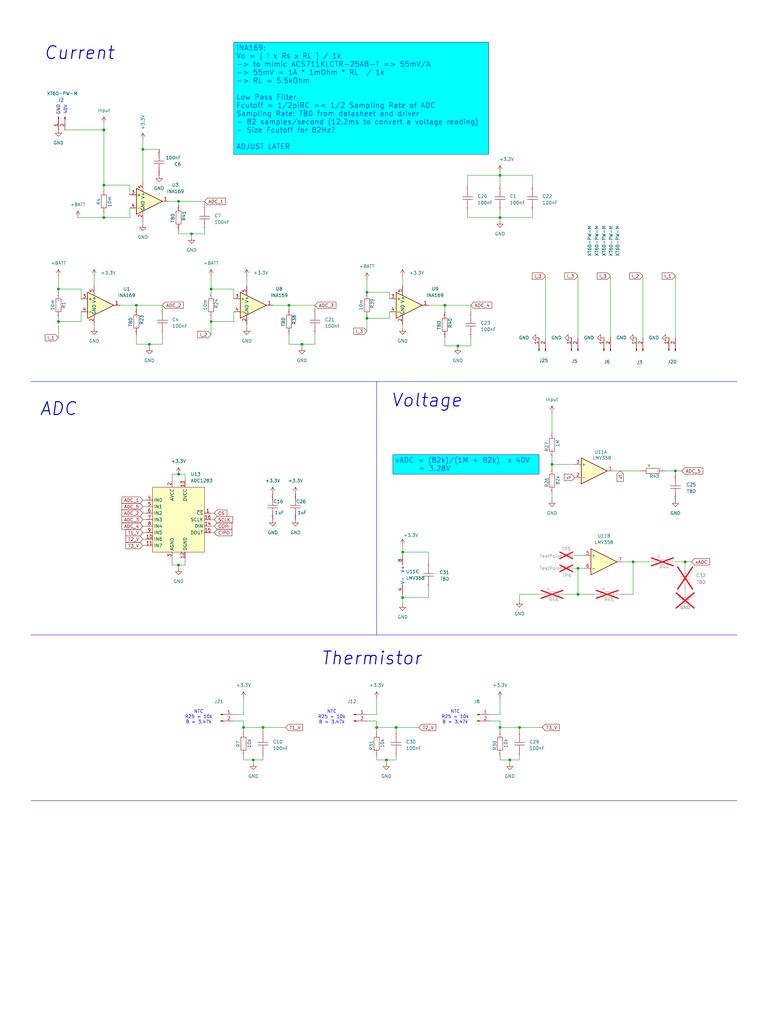
<source format=kicad_sch>
(kicad_sch (version 20250114) (generator "eeschema") (generator_version "9.0")
  (paper "User" 300 400)
  (lib_symbols
    (symbol "Amplifier_Current:INA169" (pin_names (offset 0.127))
      (property "Reference" "U" (at 3.81 5.08 0))
      (property "Value" "INA169" (at 3.81 2.54 0))
      (symbol "INA169_0_1"
        (polyline (pts (xy -5.08 5.08) (xy 5.08 0) (xy -5.08 -5.08) (xy -5.08 5.08)) (stroke (width 0.254)) (fill (type background)))
      )
      (symbol "INA169_1_1"
        (pin input line (at -7.62 2.54 0) (length 2.54) (name "+") (number "3"))
        (pin input line (at -7.62 -2.54 0) (length 2.54) (name "-") (number "4"))
        (pin power_in line (at -2.54 7.62 270) (length 3.81) (name "V+") (number "5"))
        (pin power_in line (at -2.54 -7.62 90) (length 3.81) (name "GND") (number "2"))
        (pin output line (at 7.62 0 180) (length 2.54) (name "~") (number "1"))
      )
    )
    (symbol "Amplifier_Operational:LMV358" (pin_names (offset 0.127))
      (property "Reference" "U" (at 0 5.08 0))
      (property "Value" "LMV358" (at 0 -5.08 0))
      (symbol "LMV358_1_1"
        (polyline (pts (xy -5.08 5.08) (xy 5.08 0) (xy -5.08 -5.08) (xy -5.08 5.08)) (stroke (width 0.254)) (fill (type background)))
        (pin input line (at -7.62 2.54 0) (length 2.54) (name "+") (number "3"))
        (pin input line (at -7.62 -2.54 0) (length 2.54) (name "-") (number "2"))
        (pin output line (at 7.62 0 180) (length 2.54) (name "~") (number "1"))
      )
      (symbol "LMV358_2_1"
        (polyline (pts (xy -5.08 5.08) (xy 5.08 0) (xy -5.08 -5.08) (xy -5.08 5.08)) (stroke (width 0.254)) (fill (type background)))
        (pin input line (at -7.62 2.54 0) (length 2.54) (name "+") (number "5"))
        (pin input line (at -7.62 -2.54 0) (length 2.54) (name "-") (number "6"))
        (pin output line (at 7.62 0 180) (length 2.54) (name "~") (number "7"))
      )
      (symbol "LMV358_3_1"
        (pin power_in line (at -2.54 7.62 270) (length 3.81) (name "V+") (number "8"))
        (pin power_in line (at -2.54 -7.62 90) (length 3.81) (name "V-") (number "4"))
      )
    )
    (symbol "Analog_ADC:ADC1283"
      (property "Reference" "U" (at 7.62 13.97 0))
      (property "Value" "ADC1283" (at 0 0 0))
      (symbol "ADC1283_1_1"
        (polyline (pts (xy -10.16 -12.7) (xy -10.16 12.7) (xy 10.16 12.7) (xy 10.16 -12.7) (xy -10.16 -12.7)) (fill (type background)))
        (pin input line (at -12.7 7.62 0) (length 2.54) (name "IN0") (number "4"))
        (pin input line (at -12.7 5.08 0) (length 2.54) (name "IN1") (number "5"))
        (pin input line (at -12.7 2.54 0) (length 2.54) (name "IN2") (number "6"))
        (pin input line (at -12.7 0 0) (length 2.54) (name "IN3") (number "7"))
        (pin input line (at -12.7 -2.54 0) (length 2.54) (name "IN4") (number "8"))
        (pin input line (at -12.7 -5.08 0) (length 2.54) (name "IN5") (number "9"))
        (pin input line (at -12.7 -7.62 0) (length 2.54) (name "IN6") (number "10"))
        (pin input line (at -12.7 -10.16 0) (length 2.54) (name "IN7") (number "11"))
        (pin power_in line (at -2.54 15.24 270) (length 2.54) (name "AVCC") (number "2"))
        (pin power_in line (at -2.54 -15.24 90) (length 2.54) (name "AGND") (number "3"))
        (pin power_in line (at 2.54 15.24 270) (length 2.54) (name "DVCC") (number "13"))
        (pin power_in line (at 2.54 -15.24 90) (length 2.54) (name "DGND") (number "12"))
        (pin input line (at 12.7 2.54 180) (length 2.54) (name "~{CS}") (number "1"))
        (pin input line (at 12.7 0 180) (length 2.54) (name "SCLK") (number "16"))
        (pin input line (at 12.7 -2.54 180) (length 2.54) (name "DIN") (number "14"))
        (pin output line (at 12.7 -5.08 180) (length 2.54) (name "DOUT") (number "15"))
      )
    )
    (symbol "Connector:Conn_01x02_Pin" (pin_names (offset 1.016) (hide yes))
      (property "Reference" "J" (at 0 2.54 0))
      (property "Value" "Conn_01x02_Pin" (at 0 -5.08 0))
      (symbol "Conn_01x02_Pin_1_1"
        (rectangle (start 0.8636 0.127) (end 0 -0.127) (stroke (width 0.1524)) (fill (type outline)))
        (rectangle (start 0.8636 -2.413) (end 0 -2.667) (stroke (width 0.1524)) (fill (type outline)))
        (polyline (pts (xy 1.27 0) (xy 0.8636 0)) (stroke (width 0.1524)))
        (polyline (pts (xy 1.27 -2.54) (xy 0.8636 -2.54)) (stroke (width 0.1524)))
        (pin passive line (at 5.08 0 180) (length 3.81) (name "Pin_1") (number "1"))
        (pin passive line (at 5.08 -2.54 180) (length 3.81) (name "Pin_2") (number "2"))
      )
    )
    (symbol "Connector:TestPoint" (pin_numbers (hide yes)) (pin_names (offset 0.762) (hide yes))
      (property "Reference" "TP" (at 0 6.858 0))
      (property "Value" "TestPoint" (at 0 5.08 0))
      (symbol "TestPoint_0_1"
        (circle (center 0 3.302) (radius 0.762))
      )
      (symbol "TestPoint_1_1"
        (pin passive line (at 0 0 90) (length 2.54) (name "1") (number "1"))
      )
    )
    (symbol "finalhand-easyedapro:CAP"
      (symbol "CAP_1_0"
        (polyline (pts (xy -2.54 0) (xy -0.508 0)))
        (polyline (pts (xy -0.508 -2.032) (xy -0.508 2.032)))
        (polyline (pts (xy 0.508 2.032) (xy 0.508 -2.032)))
        (polyline (pts (xy 0.508 0) (xy 2.54 0)))
        (pin input line (at -5.08 0 0) (length 2.54) (name "2") (number "2"))
        (pin input line (at 5.08 0 180) (length 2.54) (name "1") (number "1"))
      )
    )
    (symbol "finalhand-easyedapro:Ground-GND" (power) (pin_numbers (hide yes)) (pin_names (hide yes))
      (property "Value" "GND" (at 0 -6.35 0))
      (symbol "Ground-GND_1_0"
        (polyline (pts (xy -2.54 -2.54) (xy 2.54 -2.54)) (stroke (width 0.254)))
        (polyline (pts (xy -1.778 -3.302) (xy 1.778 -3.302)) (stroke (width 0.254)))
        (polyline (pts (xy -1.016 -4.064) (xy 1.016 -4.064)) (stroke (width 0.254)))
        (polyline (pts (xy -0.254 -4.826) (xy 0.254 -4.826)) (stroke (width 0.254)))
        (pin power_in line (at 0 0 270) (length 2.54) (name "") (number "1"))
      )
    )
    (symbol "finalhand-easyedapro:Res"
      (symbol "Res_1_0"
        (rectangle (start -2.54 1.016) (end 2.54 -1.016))
        (pin input line (at -5.08 0 0) (length 2.54) (name "1") (number "1"))
        (pin input line (at 5.08 0 180) (length 2.54) (name "2") (number "2"))
      )
    )
    (symbol "power:+3.3V" (power) (pin_numbers (hide yes)) (pin_names (offset 0) (hide yes))
      (property "Value" "+3.3V" (at 0 3.556 0))
      (symbol "+3.3V_0_1"
        (polyline (pts (xy -0.762 1.27) (xy 0 2.54)))
        (polyline (pts (xy 0 2.54) (xy 0.762 1.27)))
        (polyline (pts (xy 0 0) (xy 0 2.54)))
      )
      (symbol "+3.3V_1_1"
        (pin power_in line (at 0 0 90) (length 0) (name "~") (number "1"))
      )
    )
    (symbol "power:+BATT" (power) (pin_numbers (hide yes)) (pin_names (offset 0) (hide yes))
      (property "Value" "+BATT" (at 0 3.556 0))
      (symbol "+BATT_0_1"
        (polyline (pts (xy -0.762 1.27) (xy 0 2.54)))
        (polyline (pts (xy 0 2.54) (xy 0.762 1.27)))
        (polyline (pts (xy 0 0) (xy 0 2.54)))
      )
      (symbol "+BATT_1_1"
        (pin power_in line (at 0 0 90) (length 0) (name "~") (number "1"))
      )
    )
    (symbol "power:GND" (power) (pin_numbers (hide yes)) (pin_names (offset 0) (hide yes))
      (property "Value" "GND" (at 0 -3.81 0))
      (symbol "GND_0_1"
        (polyline (pts (xy 0 0) (xy 0 -1.27) (xy 1.27 -1.27) (xy 0 -2.54) (xy -1.27 -1.27) (xy 0 -1.27)))
      )
      (symbol "GND_1_1"
        (pin power_in line (at 0 0 270) (length 0) (name "~") (number "1"))
      )
    )
  )
  (text "NTC\nR25 = 10k\nB = 3.47k" (at 77.724 280.416 0) (effects (font (size 1.27 1.27))))
  (text "ADC" (at 22.86 160.02 0) (effects (font (size 5 5) (thickness 0.4) (bold yes) (italic yes))))
  (text "40V" (at 25.654 42.926 90) (effects (font (size 1.27 1.27))))
  (text "NTC\nR25 = 10k\nB = 3.47k" (at 178.054 280.416 0) (effects (font (size 1.27 1.27))))
  (text "GND" (at 22.86 42.926 90) (effects (font (size 1.27 1.27))))
  (text "Current" (at 30.988 20.828 0) (effects (font (size 5 5) (thickness 0.4) (bold yes) (italic yes))))
  (text "NTC\nR25 = 10k\nB = 3.47k" (at 129.794 280.416 0) (effects (font (size 1.27 1.27))))
  (text "Thermistor" (at 145.288 257.556 0) (effects (font (size 5 5) (thickness 0.4) (bold yes) (italic yes))))
  (text "Voltage" (at 166.878 156.718 0) (effects (font (size 5 5) (thickness 0.4) (bold yes) (italic yes))))
  (text_box "INA169:\nVo = [ I x Rs x RL ] / 1k\n-> to mimic ACS711KLCTR-25AB-T => 55mV/A\n-> 55mV = 1A * 1mOhm * RL  / 1k\n-> RL = 5.5kOhm\n\nLow Pass Filter\nFcutoff = 1/2piRC =< 1/2 Sampling Rate of ADC\nSampling Rate: TBD from datasheet and driver\n- 82 samples/second (12.2ms to convert a voltage reading)\n- Size Fcutoff for 82Hz?\n\nADJUST LATER" (at 91.44 16.51 0) (size 99.695 43.815) (margins 0.9525 0.9525 0.9525 0.9525) (fill (type color) (color 0 255 255 1)) (effects (font (size 2 2)) (justify left top)))
  (text_box "vADC = (82k)/(1M + 82k)  x 40V\n	 = 3.28V" (at 153.67 177.8 0) (size 57.15 7.62) (margins 0.9525 0.9525 0.9525 0.9525) (fill (type color) (color 0 255 255 1)) (effects (font (size 2 2)) (justify left top)))
  (junction (at 226.06 222.25))
  (junction (at 154.94 284.48))
  (junction (at 199.39 297.18))
  (junction (at 69.85 185.42))
  (junction (at 203.2 284.48))
  (junction (at 267.97 219.71))
  (junction (at 143.51 114.3))
  (junction (at 58.42 134.62))
  (junction (at 195.58 68.58))
  (junction (at 22.86 113.03))
  (junction (at 113.03 119.38))
  (junction (at 179.07 135.255))
  (junction (at 82.55 113.03))
  (junction (at 22.86 125.73))
  (junction (at 55.88 58.42))
  (junction (at 195.58 284.48))
  (junction (at 118.11 134.62))
  (junction (at 264.16 184.15))
  (junction (at 215.9 181.61))
  (junction (at 226.06 232.41))
  (junction (at 173.99 119.38))
  (junction (at 40.64 72.39))
  (junction (at 99.06 297.18))
  (junction (at 151.13 297.18))
  (junction (at 40.64 85.09))
  (junction (at 147.32 284.48))
  (junction (at 95.25 284.48))
  (junction (at 74.93 91.44))
  (junction (at 195.58 85.09))
  (junction (at 157.48 233.68))
  (junction (at 102.87 284.48))
  (junction (at 40.64 50.8))
  (junction (at 82.55 125.73))
  (junction (at 247.65 219.71))
  (junction (at 53.34 119.38))
  (junction (at 69.85 78.74))
  (junction (at 157.48 215.9))
  (junction (at 143.51 124.46))
  (junction (at 69.85 220.98))
  (wire (pts (xy 55.88 58.42) (xy 55.88 54.61)))
  (wire (pts (xy 69.85 78.74) (xy 80.01 78.74)))
  (wire (pts (xy 22.86 125.73) (xy 22.86 132.08)))
  (wire (pts (xy 22.86 124.46) (xy 22.86 125.73)))
  (wire (pts (xy 95.25 297.18) (xy 99.06 297.18)))
  (wire (pts (xy 67.31 220.98) (xy 69.85 220.98)))
  (wire (pts (xy 195.58 284.48) (xy 195.58 285.75)))
  (polyline (pts (xy 12.065 313.055) (xy 288.29 313.055)))
  (wire (pts (xy 46.99 119.38) (xy 53.34 119.38)))
  (wire (pts (xy 208.28 68.58) (xy 208.28 72.39)))
  (wire (pts (xy 102.87 295.91) (xy 102.87 297.18)))
  (wire (pts (xy 179.07 135.255) (xy 173.99 135.255)))
  (wire (pts (xy 82.55 200.66) (xy 83.82 200.66)))
  (wire (pts (xy 80.01 90.17) (xy 80.01 91.44)))
  (wire (pts (xy 270.51 219.71) (xy 267.97 219.71)))
  (wire (pts (xy 157.48 236.22) (xy 157.48 233.68)))
  (wire (pts (xy 91.44 116.84) (xy 91.44 113.03)))
  (wire (pts (xy 264.16 107.95) (xy 264.16 132.08)))
  (wire (pts (xy 147.32 297.18) (xy 151.13 297.18)))
  (wire (pts (xy 55.88 200.66) (xy 57.15 200.66)))
  (wire (pts (xy 31.75 125.73) (xy 31.75 121.92)))
  (wire (pts (xy 267.97 219.71) (xy 267.97 220.98)))
  (wire (pts (xy 154.94 284.48) (xy 163.83 284.48)))
  (wire (pts (xy 31.75 113.03) (xy 22.86 113.03)))
  (wire (pts (xy 157.48 107.95) (xy 157.48 111.76)))
  (wire (pts (xy 143.51 114.3) (xy 152.4 114.3)))
  (wire (pts (xy 113.03 119.38) (xy 123.19 119.38)))
  (wire (pts (xy 36.83 111.76) (xy 36.83 107.95)))
  (wire (pts (xy 173.99 119.38) (xy 173.99 121.92)))
  (wire (pts (xy 232.41 232.41) (xy 226.06 232.41)))
  (wire (pts (xy 82.55 205.74) (xy 83.82 205.74)))
  (wire (pts (xy 203.2 295.91) (xy 203.2 297.18)))
  (wire (pts (xy 82.55 113.03) (xy 82.55 114.3)))
  (wire (pts (xy 55.88 87.63) (xy 55.88 86.36)))
  (wire (pts (xy 66.04 78.74) (xy 69.85 78.74)))
  (wire (pts (xy 63.5 120.65) (xy 63.5 119.38)))
  (wire (pts (xy 67.31 185.42) (xy 69.85 185.42)))
  (wire (pts (xy 113.03 130.81) (xy 113.03 134.62)))
  (wire (pts (xy 95.25 295.91) (xy 95.25 297.18)))
  (wire (pts (xy 40.64 50.8) (xy 40.64 72.39)))
  (wire (pts (xy 40.64 85.09) (xy 50.8 85.09)))
  (wire (pts (xy 147.32 295.91) (xy 147.32 297.18)))
  (wire (pts (xy 195.58 68.58) (xy 195.58 72.39)))
  (wire (pts (xy 167.64 233.68) (xy 157.48 233.68)))
  (wire (pts (xy 106.68 119.38) (xy 113.03 119.38)))
  (wire (pts (xy 167.64 215.9) (xy 157.48 215.9)))
  (wire (pts (xy 179.07 135.255) (xy 184.15 135.255)))
  (wire (pts (xy 50.8 85.09) (xy 50.8 81.28)))
  (wire (pts (xy 243.84 219.71) (xy 247.65 219.71)))
  (wire (pts (xy 182.88 82.55) (xy 182.88 85.09)))
  (wire (pts (xy 154.94 295.91) (xy 154.94 297.18)))
  (wire (pts (xy 224.79 217.17) (xy 228.6 217.17)))
  (wire (pts (xy 40.64 48.26) (xy 40.64 50.8)))
  (wire (pts (xy 199.39 297.18) (xy 203.2 297.18)))
  (wire (pts (xy 30.48 85.09) (xy 40.64 85.09)))
  (wire (pts (xy 96.52 127) (xy 96.52 128.27)))
  (wire (pts (xy 22.86 125.73) (xy 31.75 125.73)))
  (wire (pts (xy 173.99 132.08) (xy 173.99 135.255)))
  (wire (pts (xy 55.88 213.36) (xy 57.15 213.36)))
  (wire (pts (xy 147.32 281.94) (xy 147.32 284.48)))
  (wire (pts (xy 251.46 107.95) (xy 251.46 132.08)))
  (wire (pts (xy 195.58 68.58) (xy 208.28 68.58)))
  (wire (pts (xy 213.36 107.95) (xy 213.36 132.08)))
  (wire (pts (xy 36.83 127) (xy 36.83 128.27)))
  (wire (pts (xy 215.9 179.07) (xy 215.9 181.61)))
  (wire (pts (xy 53.34 119.38) (xy 53.34 120.65)))
  (wire (pts (xy 143.51 124.46) (xy 143.51 129.54)))
  (wire (pts (xy 167.64 229.87) (xy 167.64 233.68)))
  (polyline (pts (xy 12.065 149.225) (xy 288.29 149.225)))
  (wire (pts (xy 123.19 119.38) (xy 123.19 120.65)))
  (wire (pts (xy 74.93 91.44) (xy 80.01 91.44)))
  (wire (pts (xy 82.55 203.2) (xy 83.82 203.2)))
  (wire (pts (xy 82.55 124.46) (xy 82.55 125.73)))
  (wire (pts (xy 69.85 91.44) (xy 69.85 90.17)))
  (wire (pts (xy 182.88 85.09) (xy 195.58 85.09)))
  (wire (pts (xy 40.64 50.8) (xy 25.4 50.8)))
  (wire (pts (xy 220.98 232.41) (xy 226.06 232.41)))
  (wire (pts (xy 247.65 219.71) (xy 254 219.71)))
  (wire (pts (xy 55.88 195.58) (xy 57.15 195.58)))
  (wire (pts (xy 74.93 91.44) (xy 69.85 91.44)))
  (wire (pts (xy 195.58 85.09) (xy 195.58 82.55)))
  (wire (pts (xy 215.9 168.91) (xy 215.9 161.29)))
  (wire (pts (xy 95.25 284.48) (xy 95.25 285.75)))
  (wire (pts (xy 157.48 215.9) (xy 157.48 217.17)))
  (wire (pts (xy 74.93 92.71) (xy 74.93 91.44)))
  (wire (pts (xy 143.51 124.46) (xy 152.4 124.46)))
  (wire (pts (xy 118.11 134.62) (xy 113.03 134.62)))
  (wire (pts (xy 208.28 82.55) (xy 208.28 85.09)))
  (wire (pts (xy 53.34 134.62) (xy 53.34 130.81)))
  (wire (pts (xy 242.57 232.41) (xy 247.65 232.41)))
  (wire (pts (xy 167.64 219.71) (xy 167.64 215.9)))
  (wire (pts (xy 151.13 297.18) (xy 154.94 297.18)))
  (wire (pts (xy 147.32 284.48) (xy 147.32 285.75)))
  (wire (pts (xy 195.58 297.18) (xy 199.39 297.18)))
  (wire (pts (xy 226.06 107.95) (xy 226.06 132.08)))
  (wire (pts (xy 224.79 222.25) (xy 226.06 222.25)))
  (wire (pts (xy 102.87 284.48) (xy 111.76 284.48)))
  (wire (pts (xy 238.76 107.95) (xy 238.76 132.08)))
  (wire (pts (xy 102.87 284.48) (xy 102.87 285.75)))
  (wire (pts (xy 143.51 109.22) (xy 143.51 114.3)))
  (wire (pts (xy 203.2 284.48) (xy 203.2 285.75)))
  (wire (pts (xy 215.9 181.61) (xy 215.9 182.88)))
  (wire (pts (xy 157.48 127) (xy 157.48 128.27)))
  (wire (pts (xy 55.88 58.42) (xy 62.23 58.42)))
  (wire (pts (xy 157.48 213.36) (xy 157.48 215.9)))
  (wire (pts (xy 69.85 185.42) (xy 72.39 185.42)))
  (wire (pts (xy 58.42 135.89) (xy 58.42 134.62)))
  (wire (pts (xy 226.06 222.25) (xy 228.6 222.25)))
  (wire (pts (xy 199.39 297.18) (xy 199.39 298.45)))
  (wire (pts (xy 91.44 281.94) (xy 95.25 281.94)))
  (wire (pts (xy 147.32 273.05) (xy 147.32 279.4)))
  (wire (pts (xy 67.31 185.42) (xy 67.31 187.96)))
  (wire (pts (xy 195.58 273.05) (xy 195.58 279.4)))
  (wire (pts (xy 266.7 184.15) (xy 264.16 184.15)))
  (wire (pts (xy 203.2 232.41) (xy 203.2 234.95)))
  (wire (pts (xy 82.55 107.95) (xy 82.55 113.03)))
  (wire (pts (xy 95.25 273.05) (xy 95.25 279.4)))
  (wire (pts (xy 247.65 219.71) (xy 247.65 232.41)))
  (wire (pts (xy 143.51 279.4) (xy 147.32 279.4)))
  (wire (pts (xy 173.99 119.38) (xy 184.15 119.38)))
  (wire (pts (xy 179.07 135.255) (xy 179.07 135.89)))
  (wire (pts (xy 69.85 220.98) (xy 72.39 220.98)))
  (wire (pts (xy 58.42 134.62) (xy 63.5 134.62)))
  (wire (pts (xy 40.64 83.82) (xy 40.64 85.09)))
  (wire (pts (xy 195.58 281.94) (xy 195.58 284.48)))
  (wire (pts (xy 143.51 281.94) (xy 147.32 281.94)))
  (polyline (pts (xy 147.32 149.225) (xy 147.32 248.285)))
  (wire (pts (xy 55.88 198.12) (xy 57.15 198.12)))
  (wire (pts (xy 82.55 125.73) (xy 82.55 130.81)))
  (wire (pts (xy 67.31 218.44) (xy 67.31 220.98)))
  (wire (pts (xy 182.88 68.58) (xy 182.88 72.39)))
  (wire (pts (xy 82.55 208.28) (xy 83.82 208.28)))
  (wire (pts (xy 95.25 281.94) (xy 95.25 284.48)))
  (wire (pts (xy 264.16 219.71) (xy 267.97 219.71)))
  (wire (pts (xy 184.15 132.08) (xy 184.15 135.255)))
  (wire (pts (xy 91.44 125.73) (xy 91.44 121.92)))
  (wire (pts (xy 210.82 232.41) (xy 203.2 232.41)))
  (wire (pts (xy 240.03 184.15) (xy 250.19 184.15)))
  (wire (pts (xy 50.8 76.2) (xy 50.8 72.39)))
  (wire (pts (xy 53.34 134.62) (xy 58.42 134.62)))
  (wire (pts (xy 80.01 80.01) (xy 80.01 78.74)))
  (wire (pts (xy 195.58 284.48) (xy 203.2 284.48)))
  (wire (pts (xy 69.85 78.74) (xy 69.85 80.01)))
  (wire (pts (xy 167.64 119.38) (xy 173.99 119.38)))
  (wire (pts (xy 215.9 181.61) (xy 224.79 181.61)))
  (wire (pts (xy 55.88 210.82) (xy 57.15 210.82)))
  (wire (pts (xy 191.77 281.94) (xy 195.58 281.94)))
  (wire (pts (xy 123.19 130.81) (xy 123.19 134.62)))
  (wire (pts (xy 99.06 297.18) (xy 102.87 297.18)))
  (wire (pts (xy 40.64 72.39) (xy 40.64 73.66)))
  (wire (pts (xy 157.48 233.68) (xy 157.48 232.41)))
  (wire (pts (xy 152.4 124.46) (xy 152.4 121.92)))
  (wire (pts (xy 31.75 116.84) (xy 31.75 113.03)))
  (wire (pts (xy 195.58 85.09) (xy 208.28 85.09)))
  (wire (pts (xy 154.94 284.48) (xy 154.94 285.75)))
  (wire (pts (xy 22.86 113.03) (xy 22.86 114.3)))
  (wire (pts (xy 91.44 113.03) (xy 82.55 113.03)))
  (polyline (pts (xy 12.065 248.285) (xy 288.29 248.285)))
  (wire (pts (xy 191.77 279.4) (xy 195.58 279.4)))
  (wire (pts (xy 99.06 297.18) (xy 99.06 298.45)))
  (wire (pts (xy 55.88 208.28) (xy 57.15 208.28)))
  (wire (pts (xy 72.39 218.44) (xy 72.39 220.98)))
  (wire (pts (xy 184.15 121.92) (xy 184.15 119.38)))
  (wire (pts (xy 203.2 284.48) (xy 212.09 284.48)))
  (wire (pts (xy 96.52 111.76) (xy 96.52 107.95)))
  (wire (pts (xy 63.5 130.81) (xy 63.5 134.62)))
  (wire (pts (xy 195.58 67.31) (xy 195.58 68.58)))
  (wire (pts (xy 195.58 86.36) (xy 195.58 85.09)))
  (wire (pts (xy 82.55 125.73) (xy 91.44 125.73)))
  (wire (pts (xy 182.88 68.58) (xy 195.58 68.58)))
  (wire (pts (xy 55.88 205.74) (xy 57.15 205.74)))
  (wire (pts (xy 260.35 184.15) (xy 264.16 184.15)))
  (wire (pts (xy 22.86 107.95) (xy 22.86 113.03)))
  (wire (pts (xy 264.16 184.15) (xy 264.16 185.42)))
  (wire (pts (xy 55.88 71.12) (xy 55.88 58.42)))
  (wire (pts (xy 215.9 195.58) (xy 215.9 193.04)))
  (wire (pts (xy 147.32 284.48) (xy 154.94 284.48)))
  (wire (pts (xy 118.11 134.62) (xy 118.11 135.89)))
  (wire (pts (xy 91.44 279.4) (xy 95.25 279.4)))
  (wire (pts (xy 55.88 203.2) (xy 57.15 203.2)))
  (wire (pts (xy 151.13 297.18) (xy 151.13 298.45)))
  (wire (pts (xy 69.85 220.98) (xy 69.85 222.25)))
  (wire (pts (xy 113.03 119.38) (xy 113.03 120.65)))
  (wire (pts (xy 152.4 116.84) (xy 152.4 114.3)))
  (wire (pts (xy 53.34 119.38) (xy 63.5 119.38)))
  (wire (pts (xy 72.39 185.42) (xy 72.39 187.96)))
  (wire (pts (xy 40.64 72.39) (xy 50.8 72.39)))
  (wire (pts (xy 118.11 134.62) (xy 123.19 134.62)))
  (wire (pts (xy 195.58 295.91) (xy 195.58 297.18)))
  (wire (pts (xy 95.25 284.48) (xy 102.87 284.48)))
  (wire (pts (xy 226.06 222.25) (xy 226.06 232.41)))
  (global_label "ADC_1" (shape input) (at 80.01 78.74 0) (property "Intersheetrefs" "${INTERSHEET_REFS}" (effects (hide yes))))
  (global_label "ADC_5" (shape input) (at 55.88 198.12 180) (property "Intersheetrefs" "${INTERSHEET_REFS}" (effects (hide yes))))
  (global_label "T3_V" (shape input) (at 55.88 213.36 180) (property "Intersheetrefs" "${INTERSHEET_REFS}" (effects (hide yes))))
  (global_label "T3_V" (shape input) (at 212.09 284.48 0) (property "Intersheetrefs" "${INTERSHEET_REFS}" (effects (hide yes))))
  (global_label "vf" (shape input) (at 224.79 186.69 180) (property "Intersheetrefs" "${INTERSHEET_REFS}" (effects (hide yes))))
  (global_label "vf" (shape input) (at 242.57 184.15 270) (property "Intersheetrefs" "${INTERSHEET_REFS}" (effects (hide yes))))
  (global_label "ADC_4" (shape input) (at 184.15 119.38 0) (property "Intersheetrefs" "${INTERSHEET_REFS}" (effects (hide yes))))
  (global_label "ADC_3" (shape input) (at 123.19 119.38 0) (property "Intersheetrefs" "${INTERSHEET_REFS}" (effects (hide yes))))
  (global_label "I_2" (shape input) (at 82.55 130.81 180) (property "Intersheetrefs" "${INTERSHEET_REFS}" (effects (hide yes))))
  (global_label "T1_V" (shape input) (at 55.88 208.28 180) (property "Intersheetrefs" "${INTERSHEET_REFS}" (effects (hide yes))))
  (global_label "ADC_2" (shape input) (at 63.5 119.38 0) (property "Intersheetrefs" "${INTERSHEET_REFS}" (effects (hide yes))))
  (global_label "xADC" (shape input) (at 270.51 219.71 0) (property "Intersheetrefs" "${INTERSHEET_REFS}" (effects (hide yes))))
  (global_label "ADC_1" (shape input) (at 55.88 195.58 180) (property "Intersheetrefs" "${INTERSHEET_REFS}" (effects (hide yes))))
  (global_label "T2_V" (shape input) (at 163.83 284.48 0) (property "Intersheetrefs" "${INTERSHEET_REFS}" (effects (hide yes))))
  (global_label "ADC_4" (shape input) (at 55.88 205.74 180) (property "Intersheetrefs" "${INTERSHEET_REFS}" (effects (hide yes))))
  (global_label "ADC_5" (shape input) (at 266.7 184.15 0) (property "Intersheetrefs" "${INTERSHEET_REFS}" (effects (hide yes))))
  (global_label "I_3" (shape input) (at 213.36 107.95 180) (property "Intersheetrefs" "${INTERSHEET_REFS}" (effects (hide yes))))
  (global_label "ADC_2" (shape input) (at 55.88 200.66 180) (property "Intersheetrefs" "${INTERSHEET_REFS}" (effects (hide yes))))
  (global_label "CIPO" (shape input) (at 83.82 208.28 0) (property "Intersheetrefs" "${INTERSHEET_REFS}" (effects (hide yes))))
  (global_label "CS" (shape input) (at 83.82 200.66 0) (property "Intersheetrefs" "${INTERSHEET_REFS}" (effects (hide yes))))
  (global_label "I_3" (shape input) (at 226.06 107.95 180) (property "Intersheetrefs" "${INTERSHEET_REFS}" (effects (hide yes))))
  (global_label "SCLK" (shape input) (at 83.82 203.2 0) (property "Intersheetrefs" "${INTERSHEET_REFS}" (effects (hide yes))))
  (global_label "I_2" (shape input) (at 251.46 107.95 180) (property "Intersheetrefs" "${INTERSHEET_REFS}" (effects (hide yes))))
  (global_label "T2_V" (shape input) (at 55.88 210.82 180) (property "Intersheetrefs" "${INTERSHEET_REFS}" (effects (hide yes))))
  (global_label "I_1" (shape input) (at 22.86 132.08 180) (property "Intersheetrefs" "${INTERSHEET_REFS}" (effects (hide yes))))
  (global_label "COPI" (shape input) (at 83.82 205.74 0) (property "Intersheetrefs" "${INTERSHEET_REFS}" (effects (hide yes))))
  (global_label "ADC_3" (shape input) (at 55.88 203.2 180) (property "Intersheetrefs" "${INTERSHEET_REFS}" (effects (hide yes))))
  (global_label "T1_V" (shape input) (at 111.76 284.48 0) (property "Intersheetrefs" "${INTERSHEET_REFS}" (effects (hide yes))))
  (global_label "I_3" (shape input) (at 238.76 107.95 180) (property "Intersheetrefs" "${INTERSHEET_REFS}" (effects (hide yes))))
  (global_label "I_3" (shape input) (at 143.51 129.54 180) (property "Intersheetrefs" "${INTERSHEET_REFS}" (effects (hide yes))))
  (global_label "I_1" (shape input) (at 264.16 107.95 180) (property "Intersheetrefs" "${INTERSHEET_REFS}" (effects (hide yes))))
  (symbol (lib_id "Connector:Conn_01x02_Pin") (at 261.62 137.16 90) (unit 1)
    (property "Reference" "J20" (at 261.112 141.478 90) (effects (justify right)))
    (property "Value" "XT60-PW-M" (at 241.554 88.138 0) (effects (justify right)))
    (property "Footprint" "Connector_AMASS:AMASS_XT60PW-F_1x02_P7.20mm_Horizontal" (effects (hide yes)))
    (property "Description" "Generic connector, single row, 01x02, script generated" (effects (hide yes)))
  )
  (symbol (lib_id "Analog_ADC:ADC1283") (at 69.85 203.2 0) (unit 1)
    (property "Reference" "U13" (at 74.5333 185.42 0) (effects (justify left)))
    (property "Value" "ADC1283" (at 74.5333 187.96 0) (effects (justify left)))
    (property "Footprint" "Package_SO:TSSOP-16_4.4x5mm_P0.65mm" (effects (hide yes)))
    (property "Datasheet" "https://www.st.com/resource/en/datasheet/adc1283.pdf" (effects (hide yes)))
    (property "Description" "Low power 8-channel single ended 12-bit SAR ADC, 50 ksps to 200 ksps, SPI, TSSOP-16" (effects (hide yes)))
  )
  (symbol (lib_id "finalhand-easyedapro:Res") (at 143.51 119.38 90) (unit 1)
    (property "Reference" "R39" (at 146.304 120.65 0) (effects (justify left bottom)))
    (property "Value" "10m" (at 141.986 121.412 0) (effects (justify left bottom)))
    (property "Footprint" "Resistor_SMD:R_2512_6332Metric" (effects (hide yes)))
  )
  (symbol (lib_id "power:GND") (at 99.06 298.45 0) (unit 1)
    (property "Reference" "#PWR035" (effects (hide yes)))
    (property "Value" "GND" (at 99.06 303.53 0))
    (property "Description" "Power symbol creates a global label with name \"GND\" , ground" (effects (hide yes)))
  )
  (symbol (lib_id "finalhand-easyedapro:Res") (at 173.99 127 90) (unit 1)
    (property "Reference" "R40" (at 176.784 128.27 0) (effects (justify left bottom)))
    (property "Value" "TBD" (at 172.466 129.032 0) (effects (justify left bottom)))
    (property "Footprint" "Resistor_SMD:R_0603_1608Metric" (effects (hide yes)))
  )
  (symbol (lib_id "finalhand-easyedapro:Res") (at 40.64 78.74 270) (unit 1)
    (property "Reference" "R4" (at 37.846 77.47 0) (effects (justify left bottom)))
    (property "Value" "10m" (at 42.164 76.708 0) (effects (justify left bottom)))
    (property "Footprint" "Resistor_SMD:R_2512_6332Metric" (effects (hide yes)))
  )
  (symbol (lib_id "power:+3.3V") (at 55.88 54.61 0) (unit 1)
    (property "Reference" "#PWR03" (effects (hide yes)))
    (property "Value" "+3.3V" (at 55.8801 50.8 90) (effects (justify left)))
    (property "Description" "Power symbol creates a global label with name \"+3.3V\"" (effects (hide yes)))
  )
  (symbol (lib_id "Connector:Conn_01x02_Pin") (at 210.82 137.16 90) (unit 1)
    (property "Reference" "J25" (at 210.82 140.97 90) (effects (justify right)))
    (property "Value" "XT60-PW-M" (at 230.632 88.138 0) (effects (justify right)))
    (property "Footprint" "Connector_AMASS:AMASS_XT60-M_1x02_P7.20mm_Vertical" (effects (hide yes)))
    (property "Description" "Generic connector, single row, 01x02, script generated" (effects (hide yes)))
  )
  (symbol (lib_id "Amplifier_Operational:LMV358") (at 160.02 224.79 0) (unit 3)
    (property "Reference" "U11" (at 158.75 223.5199 0) (effects (justify left)))
    (property "Value" "LMV358" (at 158.75 226.0599 0) (effects (justify left)))
    (property "Footprint" "Package_SO:SOIC-8_5.3x6.2mm_P1.27mm" (effects (hide yes)))
    (property "Datasheet" "http://www.ti.com/lit/ds/symlink/lmv324.pdf" (effects (hide yes)))
    (property "Description" "Dual Low-Voltage Rail-to-Rail Output Operational Amplifiers, SOIC-8/SSOP-8" (effects (hide yes)))
  )
  (symbol (lib_id "power:+3.3V") (at 95.25 273.05 0) (unit 1)
    (property "Reference" "#PWR034" (effects (hide yes)))
    (property "Value" "+3.3V" (at 95.25 267.97 0))
    (property "Description" "Power symbol creates a global label with name \"+3.3V\"" (effects (hide yes)))
  )
  (symbol (lib_id "finalhand-easyedapro:CAP") (at 195.58 77.47 90) (unit 1)
    (property "Reference" "C1" (at 199.39 77.47 90) (effects (justify right top)))
    (property "Value" "100nF" (at 199.39 80.01 90) (effects (justify right top)))
    (property "Footprint" "Capacitor_SMD:C_0603_1608Metric" (effects (hide yes)))
  )
  (symbol (lib_id "Amplifier_Current:INA169") (at 39.37 119.38 0) (unit 1)
    (property "Reference" "U1" (at 49.53 112.9598 0))
    (property "Value" "INA169" (at 49.53 115.4998 0))
    (property "Footprint" "Package_TO_SOT_SMD:SOT-23-5" (effects (hide yes)))
    (property "Datasheet" "http://www.ti.com/lit/ds/symlink/ina169.pdf" (effects (hide yes)))
    (property "Description" "High-Side Measurement Current Shunt Monitor, 60V, SOT-23-5" (effects (hide yes)))
  )
  (symbol (lib_id "power:GND") (at 115.57 203.2 0) (unit 1)
    (property "Reference" "#PWR0114" (effects (hide yes)))
    (property "Value" "GND" (at 115.57 208.28 0))
    (property "Description" "Power symbol creates a global label with name \"GND\" , ground" (effects (hide yes)))
  )
  (symbol (lib_id "Amplifier_Current:INA169") (at 99.06 119.38 0) (unit 1)
    (property "Reference" "U8" (at 109.22 112.9598 0))
    (property "Value" "INA169" (at 109.22 115.4998 0))
    (property "Footprint" "Package_TO_SOT_SMD:SOT-23-5" (effects (hide yes)))
    (property "Datasheet" "http://www.ti.com/lit/ds/symlink/ina169.pdf" (effects (hide yes)))
    (property "Description" "High-Side Measurement Current Shunt Monitor, 60V, SOT-23-5" (effects (hide yes)))
  )
  (symbol (lib_id "finalhand-easyedapro:CAP") (at 182.88 77.47 90) (unit 1)
    (property "Reference" "C20" (at 186.69 77.47 90) (effects (justify right top)))
    (property "Value" "100nF" (at 186.69 80.01 90) (effects (justify right top)))
    (property "Footprint" "Capacitor_SMD:C_0603_1608Metric" (effects (hide yes)))
  )
  (symbol (lib_id "finalhand-easyedapro:CAP") (at 154.94 290.83 90) (unit 1)
    (property "Reference" "C30" (at 158.75 290.83 90) (effects (justify right top)))
    (property "Value" "100nF" (at 158.75 293.37 90) (effects (justify right top)))
    (property "Footprint" "Capacitor_SMD:C_0603_1608Metric" (effects (hide yes)))
  )
  (symbol (lib_id "finalhand-easyedapro:Res") (at 22.86 119.38 90) (unit 1)
    (property "Reference" "R1" (at 25.654 120.65 0) (effects (justify left bottom)))
    (property "Value" "10m" (at 21.336 121.412 0) (effects (justify left bottom)))
    (property "Footprint" "Resistor_SMD:R_2512_6332Metric" (effects (hide yes)))
  )
  (symbol (lib_id "power:+BATT") (at 30.48 85.09 0) (unit 1)
    (property "Reference" "#PWR081" (effects (hide yes)))
    (property "Value" "+BATT" (at 30.48 80.01 0))
    (property "Description" "Power symbol creates a global label with name \"+BATT\"" (effects (hide yes)))
  )
  (symbol (lib_id "finalhand-easyedapro:CAP") (at 208.28 77.47 90) (unit 1)
    (property "Reference" "C22" (at 212.09 77.47 90) (effects (justify right top)))
    (property "Value" "100nF" (at 212.09 80.01 90) (effects (justify right top)))
    (property "Footprint" "Capacitor_SMD:C_0603_1608Metric" (effects (hide yes)))
  )
  (symbol (lib_id "power:+3.3V") (at 157.48 107.95 0) (unit 1)
    (property "Reference" "#PWR04" (effects (hide yes)))
    (property "Value" "+3.3V" (at 160.02 106.6799 0) (effects (justify left)))
    (property "Description" "Power symbol creates a global label with name \"+3.3V\"" (effects (hide yes)))
  )
  (symbol (lib_id "power:GND") (at 118.11 135.89 0) (unit 1)
    (property "Reference" "#PWR076" (effects (hide yes)))
    (property "Value" "GND" (at 118.11 140.97 0))
    (property "Description" "Power symbol creates a global label with name \"GND\" , ground" (effects (hide yes)))
  )
  (symbol (lib_id "finalhand-easyedapro:CAP") (at 62.23 63.5 270) (unit 1)
    (property "Reference" "C6" (at 70.866 63.5 90) (effects (justify right top)))
    (property "Value" "100nF" (at 70.866 60.96 90) (effects (justify right top)))
    (property "Footprint" "Capacitor_SMD:C_0603_1608Metric" (effects (hide yes)))
  )
  (symbol (lib_id "power:GND") (at 58.42 135.89 0) (unit 1)
    (property "Reference" "#PWR08" (effects (hide yes)))
    (property "Value" "GND" (at 58.42 140.97 0))
    (property "Description" "Power symbol creates a global label with name \"GND\" , ground" (effects (hide yes)))
  )
  (symbol (lib_id "finalhand-easyedapro:CAP") (at 264.16 190.5 270) (mirror x) (unit 1)
    (property "Reference" "C25" (at 272.288 190.246 90) (effects (justify right top)))
    (property "Value" "TBD" (at 272.288 192.786 90) (effects (justify right top)))
    (property "Footprint" "Capacitor_SMD:C_0603_1608Metric" (effects (hide yes)))
  )
  (symbol (lib_id "Connector:TestPoint") (at 224.79 222.25 90) (unit 1) (on_board no) (dnp yes)
    (property "Reference" "TP6" (at 221.742 225.044 90))
    (property "Value" "TestPoint" (at 215.392 222.25 90))
    (property "Footprint" "TestPoint:TestPoint_Pad_D1.0mm" (effects (hide yes)))
    (property "Description" "test point" (effects (hide yes)))
  )
  (symbol (lib_id "Connector:Conn_01x02_Pin") (at 22.86 45.72 90) (mirror x) (unit 1)
    (property "Reference" "J2" (at 22.606 39.116 90) (effects (justify right)))
    (property "Value" "XT60-PW-M" (at 18.288 36.576 90) (effects (justify right)))
    (property "Footprint" "Connector_AMASS:AMASS_XT60-F_1x02_P7.20mm_Vertical" (effects (hide yes)))
    (property "Description" "Generic connector, single row, 01x02, script generated" (effects (hide yes)))
  )
  (symbol (lib_id "finalhand-easyedapro:Ground-GND") (at 267.97 231.14 0) (unit 1) (on_board no) (dnp yes)
    (property "Reference" "#PWR072" (effects (hide yes)))
    (property "Value" "GND" (at 267.97 237.49 0))
    (property "Footprint" "finalhand-easyedapro:" (effects (hide yes)))
    (property "Description" "Power symbol creates a global label with name 'GND'" (effects (hide yes)))
  )
  (symbol (lib_id "power:GND") (at 157.48 128.27 0) (unit 1)
    (property "Reference" "#PWR0108" (effects (hide yes)))
    (property "Value" "GND" (at 157.48 133.35 0))
    (property "Description" "Power symbol creates a global label with name \"GND\" , ground" (effects (hide yes)))
  )
  (symbol (lib_id "power:+3.3V") (at 147.32 273.05 0) (unit 1)
    (property "Reference" "#PWR093" (effects (hide yes)))
    (property "Value" "+3.3V" (at 147.32 267.97 0))
    (property "Description" "Power symbol creates a global label with name \"+3.3V\"" (effects (hide yes)))
  )
  (symbol (lib_id "power:GND") (at 215.9 195.58 0) (unit 1)
    (property "Reference" "#PWR050" (effects (hide yes)))
    (property "Value" "GND" (at 215.9 200.66 0))
    (property "Description" "Power symbol creates a global label with name \"GND\" , ground" (effects (hide yes)))
  )
  (symbol (lib_id "power:GND") (at 157.48 236.22 0) (unit 1)
    (property "Reference" "#PWR097" (effects (hide yes)))
    (property "Value" "GND" (at 157.48 241.3 0))
    (property "Description" "Power symbol creates a global label with name \"GND\" , ground" (effects (hide yes)))
  )
  (symbol (lib_id "power:+3.3V") (at 157.48 213.36 0) (unit 1)
    (property "Reference" "#PWR070" (effects (hide yes)))
    (property "Value" "+3.3V" (at 157.734 209.296 0) (effects (justify left)))
    (property "Description" "Power symbol creates a global label with name \"+3.3V\"" (effects (hide yes)))
  )
  (symbol (lib_id "finalhand-easyedapro:Res") (at 147.32 290.83 270) (unit 1)
    (property "Reference" "R31" (at 144.526 289.56 0) (effects (justify left bottom)))
    (property "Value" "10k" (at 148.844 288.798 0) (effects (justify left bottom)))
    (property "Footprint" "Resistor_SMD:R_0603_1608Metric" (effects (hide yes)))
  )
  (symbol (lib_id "power:GND") (at 55.88 87.63 0) (unit 1)
    (property "Reference" "#PWR014" (effects (hide yes)))
    (property "Value" "GND" (at 55.88 92.71 0))
    (property "Description" "Power symbol creates a global label with name \"GND\" , ground" (effects (hide yes)))
  )
  (symbol (lib_id "finalhand-easyedapro:CAP") (at 106.68 198.12 90) (unit 1)
    (property "Reference" "C16" (at 106.934 196.85 90) (effects (justify right top)))
    (property "Value" "1uF" (at 107.442 201.168 90) (effects (justify right top)))
    (property "Footprint" "Capacitor_SMD:C_0603_1608Metric" (effects (hide yes)))
  )
  (symbol (lib_id "finalhand-easyedapro:CAP") (at 184.15 127 90) (unit 1)
    (property "Reference" "C23" (at 187.96 127 90) (effects (justify right top)))
    (property "Value" "100nF" (at 187.96 129.54 90) (effects (justify right top)))
    (property "Footprint" "Capacitor_SMD:C_0603_1608Metric" (effects (hide yes)))
  )
  (symbol (lib_id "power:+BATT") (at 215.9 161.29 0) (unit 1)
    (property "Reference" "#PWR049" (effects (hide yes)))
    (property "Value" "Input" (at 215.9 156.21 0))
    (property "Description" "Power symbol creates a global label with name \"+BATT\"" (effects (hide yes)))
  )
  (symbol (lib_id "power:GND") (at 248.92 132.08 270) (unit 1)
    (property "Reference" "#PWR019" (effects (hide yes)))
    (property "Value" "GND" (at 245.11 132.0799 90) (effects (justify right)))
    (property "Description" "Power symbol creates a global label with name \"GND\" , ground" (effects (hide yes)))
  )
  (symbol (lib_id "power:GND") (at 106.68 203.2 0) (unit 1)
    (property "Reference" "#PWR0109" (effects (hide yes)))
    (property "Value" "GND" (at 106.68 208.28 0))
    (property "Description" "Power symbol creates a global label with name \"GND\" , ground" (effects (hide yes)))
  )
  (symbol (lib_id "power:+3.3V") (at 96.52 107.95 0) (unit 1)
    (property "Reference" "#PWR05" (effects (hide yes)))
    (property "Value" "+3.3V" (at 99.06 106.6799 0) (effects (justify left)))
    (property "Description" "Power symbol creates a global label with name \"+3.3V\"" (effects (hide yes)))
  )
  (symbol (lib_id "Connector:Conn_01x02_Pin") (at 86.36 279.4 0) (unit 1)
    (property "Reference" "J21" (at 87.376 274.32 0) (effects (justify right)))
    (property "Value" "Thermistor" (effects (hide yes)))
    (property "Footprint" "SJSU_common:Pluggable_Terminal_2.54mm_2P_Vertical" (effects (hide yes)))
    (property "Description" "Generic connector, single row, 01x02, script generated" (effects (hide yes)))
  )
  (symbol (lib_id "finalhand-easyedapro:CAP") (at 203.2 290.83 90) (unit 1)
    (property "Reference" "C29" (at 207.01 290.83 90) (effects (justify right top)))
    (property "Value" "100nF" (at 207.01 293.37 90) (effects (justify right top)))
    (property "Footprint" "Capacitor_SMD:C_0603_1608Metric" (effects (hide yes)))
  )
  (symbol (lib_id "power:+3.3V") (at 69.85 185.42 0) (unit 1)
    (property "Reference" "#PWR085" (effects (hide yes)))
    (property "Value" "+3.3V" (at 69.85 180.34 0))
    (property "Description" "Power symbol creates a global label with name \"+3.3V\"" (effects (hide yes)))
  )
  (symbol (lib_id "power:GND") (at 199.39 298.45 0) (unit 1)
    (property "Reference" "#PWR095" (effects (hide yes)))
    (property "Value" "GND" (at 199.39 303.53 0))
    (property "Description" "Power symbol creates a global label with name \"GND\" , ground" (effects (hide yes)))
  )
  (symbol (lib_id "finalhand-easyedapro:Res") (at 215.9 173.99 270) (unit 1)
    (property "Reference" "R27" (at 213.106 172.72 0) (effects (justify left bottom)))
    (property "Value" "1M" (at 217.424 171.958 0) (effects (justify left bottom)))
    (property "Footprint" "Resistor_SMD:R_0603_1608Metric" (effects (hide yes)))
  )
  (symbol (lib_id "Amplifier_Operational:LMV358") (at 232.41 184.15 0) (unit 1)
    (property "Reference" "U11" (at 234.95 176.784 0))
    (property "Value" "LMV358" (at 235.458 179.07 0))
    (property "Footprint" "Package_SO:SOIC-8_5.3x6.2mm_P1.27mm" (effects (hide yes)))
    (property "Datasheet" "http://www.ti.com/lit/ds/symlink/lmv324.pdf" (effects (hide yes)))
    (property "Description" "Dual Low-Voltage Rail-to-Rail Output Operational Amplifiers, SOIC-8/SSOP-8" (effects (hide yes)))
  )
  (symbol (lib_id "finalhand-easyedapro:CAP") (at 167.64 224.79 270) (mirror x) (unit 1)
    (property "Reference" "C31" (at 175.768 224.536 90) (effects (justify right top)))
    (property "Value" "TBD" (at 175.768 227.076 90) (effects (justify right top)))
    (property "Footprint" "Capacitor_SMD:C_0603_1608Metric" (effects (hide yes)))
  )
  (symbol (lib_id "power:GND") (at 236.22 132.08 270) (unit 1)
    (property "Reference" "#PWR020" (effects (hide yes)))
    (property "Value" "GND" (at 232.41 132.0799 90) (effects (justify right)))
    (property "Description" "Power symbol creates a global label with name \"GND\" , ground" (effects (hide yes)))
  )
  (symbol (lib_id "Connector:Conn_01x02_Pin") (at 186.69 279.4 0) (unit 1)
    (property "Reference" "J8" (at 187.706 274.32 0) (effects (justify right)))
    (property "Value" "Thermistor" (effects (hide yes)))
    (property "Footprint" "SJSU_common:Pluggable_Terminal_2.54mm_2P_Vertical" (effects (hide yes)))
    (property "Description" "Generic connector, single row, 01x02, script generated" (effects (hide yes)))
  )
  (symbol (lib_id "finalhand-easyedapro:Res") (at 195.58 290.83 270) (unit 1)
    (property "Reference" "R30" (at 192.786 289.56 0) (effects (justify left bottom)))
    (property "Value" "10k" (at 197.104 288.798 0) (effects (justify left bottom)))
    (property "Footprint" "Resistor_SMD:R_0603_1608Metric" (effects (hide yes)))
  )
  (symbol (lib_id "finalhand-easyedapro:CAP") (at 63.5 125.73 90) (unit 1)
    (property "Reference" "C4" (at 67.31 125.73 90) (effects (justify right top)))
    (property "Value" "100nF" (at 67.31 128.27 90) (effects (justify right top)))
    (property "Footprint" "Capacitor_SMD:C_0603_1608Metric" (effects (hide yes)))
  )
  (symbol (lib_id "finalhand-easyedapro:Res") (at 69.85 85.09 90) (unit 1)
    (property "Reference" "R41" (at 72.644 86.36 0) (effects (justify left bottom)))
    (property "Value" "TBD" (at 68.326 87.122 0) (effects (justify left bottom)))
    (property "Footprint" "Resistor_SMD:R_0603_1608Metric" (effects (hide yes)))
  )
  (symbol (lib_id "power:GND") (at 223.52 132.08 270) (unit 1)
    (property "Reference" "#PWR0106" (effects (hide yes)))
    (property "Value" "GND" (at 219.71 132.0799 90) (effects (justify right)))
    (property "Description" "Power symbol creates a global label with name \"GND\" , ground" (effects (hide yes)))
  )
  (symbol (lib_id "finalhand-easyedapro:Res") (at 95.25 290.83 270) (unit 1)
    (property "Reference" "R7" (at 92.456 289.56 0) (effects (justify left bottom)))
    (property "Value" "10k" (at 96.774 288.798 0) (effects (justify left bottom)))
    (property "Footprint" "Resistor_SMD:R_0603_1608Metric" (effects (hide yes)))
  )
  (symbol (lib_id "Connector:Conn_01x02_Pin") (at 248.92 137.16 90) (unit 1)
    (property "Reference" "J3" (at 248.92 141.732 90) (effects (justify right)))
    (property "Value" "XT60-PW-M" (at 239.014 88.138 0) (effects (justify right)))
    (property "Footprint" "Connector_AMASS:AMASS_XT60PW-F_1x02_P7.20mm_Horizontal" (effects (hide yes)))
    (property "Description" "Generic connector, single row, 01x02, script generated" (effects (hide yes)))
  )
  (symbol (lib_id "Amplifier_Operational:LMV358") (at 236.22 219.71 0) (unit 2)
    (property "Reference" "U11" (at 236.22 209.55 0))
    (property "Value" "LMV358" (at 236.22 212.09 0))
    (property "Footprint" "Package_SO:SOIC-8_5.3x6.2mm_P1.27mm" (effects (hide yes)))
    (property "Datasheet" "http://www.ti.com/lit/ds/symlink/lmv324.pdf" (effects (hide yes)))
    (property "Description" "Dual Low-Voltage Rail-to-Rail Output Operational Amplifiers, SOIC-8/SSOP-8" (effects (hide yes)))
  )
  (symbol (lib_id "finalhand-easyedapro:Res") (at 53.34 125.73 90) (unit 1)
    (property "Reference" "R23" (at 56.134 127 0) (effects (justify left bottom)))
    (property "Value" "TBD" (at 51.816 127.762 0) (effects (justify left bottom)))
    (property "Footprint" "Resistor_SMD:R_0603_1608Metric" (effects (hide yes)))
  )
  (symbol (lib_id "power:+3.3V") (at 106.68 193.04 0) (unit 1)
    (property "Reference" "#PWR0101" (effects (hide yes)))
    (property "Value" "+3.3V" (at 106.68 187.96 0))
    (property "Description" "Power symbol creates a global label with name \"+3.3V\"" (effects (hide yes)))
  )
  (symbol (lib_id "power:+3.3V") (at 195.58 273.05 0) (unit 1)
    (property "Reference" "#PWR092" (effects (hide yes)))
    (property "Value" "+3.3V" (at 195.58 267.97 0))
    (property "Description" "Power symbol creates a global label with name \"+3.3V\"" (effects (hide yes)))
  )
  (symbol (lib_id "Connector:Conn_01x02_Pin") (at 236.22 137.16 90) (unit 1)
    (property "Reference" "J6" (at 236.22 141.478 90) (effects (justify right)))
    (property "Value" "XT60-PW-M" (at 236.22 88.138 0) (effects (justify right)))
    (property "Footprint" "Connector_AMASS:AMASS_XT60-M_1x02_P7.20mm_Vertical" (effects (hide yes)))
    (property "Description" "Generic connector, single row, 01x02, script generated" (effects (hide yes)))
  )
  (symbol (lib_id "Connector:Conn_01x02_Pin") (at 138.43 279.4 0) (unit 1)
    (property "Reference" "J12" (at 139.446 274.32 0) (effects (justify right)))
    (property "Value" "Thermistor" (effects (hide yes)))
    (property "Footprint" "SJSU_common:Pluggable_Terminal_2.54mm_2P_Vertical" (effects (hide yes)))
    (property "Description" "Generic connector, single row, 01x02, script generated" (effects (hide yes)))
  )
  (symbol (lib_id "power:GND") (at 151.13 298.45 0) (unit 1)
    (property "Reference" "#PWR089" (effects (hide yes)))
    (property "Value" "GND" (at 151.13 303.53 0))
    (property "Description" "Power symbol creates a global label with name \"GND\" , ground" (effects (hide yes)))
  )
  (symbol (lib_id "Amplifier_Current:INA169") (at 58.42 78.74 0) (unit 1)
    (property "Reference" "U3" (at 68.58 72.3198 0))
    (property "Value" "INA169" (at 68.58 74.8598 0))
    (property "Footprint" "Package_TO_SOT_SMD:SOT-23-5" (effects (hide yes)))
    (property "Datasheet" "http://www.ti.com/lit/ds/symlink/ina169.pdf" (effects (hide yes)))
    (property "Description" "High-Side Measurement Current Shunt Monitor, 60V, SOT-23-5" (effects (hide yes)))
  )
  (symbol (lib_id "power:GND") (at 96.52 128.27 0) (unit 1)
    (property "Reference" "#PWR096" (effects (hide yes)))
    (property "Value" "GND" (at 96.52 133.35 0))
    (property "Description" "Power symbol creates a global label with name \"GND\" , ground" (effects (hide yes)))
  )
  (symbol (lib_id "power:+3.3V") (at 115.57 193.04 0) (unit 1)
    (property "Reference" "#PWR0107" (effects (hide yes)))
    (property "Value" "+3.3V" (at 115.57 187.96 0))
    (property "Description" "Power symbol creates a global label with name \"+3.3V\"" (effects (hide yes)))
  )
  (symbol (lib_id "finalhand-easyedapro:Res") (at 215.9 232.41 0) (unit 1) (on_board no) (dnp yes)
    (property "Reference" "R46" (at 214.63 235.204 0) (effects (justify left bottom)))
    (property "Value" "x" (at 213.868 230.886 0) (effects (justify left bottom)))
    (property "Footprint" "Resistor_SMD:R_0603_1608Metric" (effects (hide yes)))
  )
  (symbol (lib_id "power:GND") (at 22.86 50.8 0) (unit 1)
    (property "Reference" "#PWR010" (effects (hide yes)))
    (property "Value" "GND" (at 22.86 55.88 0))
    (property "Description" "Power symbol creates a global label with name \"GND\" , ground" (effects (hide yes)))
  )
  (symbol (lib_id "power:GND") (at 203.2 234.95 0) (unit 1)
    (property "Reference" "#PWR0111" (effects (hide yes)))
    (property "Value" "GND" (at 203.2 240.03 0))
    (property "Description" "Power symbol creates a global label with name \"GND\" , ground" (effects (hide yes)))
  )
  (symbol (lib_id "power:GND") (at 62.23 68.58 0) (unit 1)
    (property "Reference" "#PWR018" (effects (hide yes)))
    (property "Value" "GND" (at 62.23 73.66 0))
    (property "Description" "Power symbol creates a global label with name \"GND\" , ground" (effects (hide yes)))
  )
  (symbol (lib_id "power:+BATT") (at 143.51 109.22 0) (unit 1)
    (property "Reference" "#PWR080" (effects (hide yes)))
    (property "Value" "+BATT" (at 143.51 104.14 0))
    (property "Description" "Power symbol creates a global label with name \"+BATT\"" (effects (hide yes)))
  )
  (symbol (lib_id "power:GND") (at 264.16 195.58 0) (unit 1)
    (property "Reference" "#PWR088" (effects (hide yes)))
    (property "Value" "GND" (at 264.16 200.66 0))
    (property "Description" "Power symbol creates a global label with name \"GND\" , ground" (effects (hide yes)))
  )
  (symbol (lib_id "power:+BATT") (at 22.86 107.95 0) (unit 1)
    (property "Reference" "#PWR073" (effects (hide yes)))
    (property "Value" "+BATT" (at 22.86 102.87 0))
    (property "Description" "Power symbol creates a global label with name \"+BATT\"" (effects (hide yes)))
  )
  (symbol (lib_id "finalhand-easyedapro:Res") (at 113.03 125.73 90) (unit 1)
    (property "Reference" "R38" (at 115.824 127 0) (effects (justify left bottom)))
    (property "Value" "TBD" (at 111.506 127.762 0) (effects (justify left bottom)))
    (property "Footprint" "Resistor_SMD:R_0603_1608Metric" (effects (hide yes)))
  )
  (symbol (lib_id "finalhand-easyedapro:CAP") (at 123.19 125.73 90) (unit 1)
    (property "Reference" "C21" (at 127 125.73 90) (effects (justify right top)))
    (property "Value" "100nF" (at 127 128.27 90) (effects (justify right top)))
    (property "Footprint" "Capacitor_SMD:C_0603_1608Metric" (effects (hide yes)))
  )
  (symbol (lib_id "Connector:Conn_01x02_Pin") (at 223.52 137.16 90) (unit 1)
    (property "Reference" "J5" (at 223.52 141.224 90) (effects (justify right)))
    (property "Value" "XT60-PW-M" (at 233.426 88.138 0) (effects (justify right)))
    (property "Footprint" "Connector_AMASS:AMASS_XT60PW-F_1x02_P7.20mm_Horizontal" (effects (hide yes)))
    (property "Description" "Generic connector, single row, 01x02, script generated" (effects (hide yes)))
  )
  (symbol (lib_id "power:GND") (at 36.83 128.27 0) (unit 1)
    (property "Reference" "#PWR066" (effects (hide yes)))
    (property "Value" "GND" (at 36.83 133.35 0))
    (property "Description" "Power symbol creates a global label with name \"GND\" , ground" (effects (hide yes)))
  )
  (symbol (lib_id "power:+BATT") (at 82.55 107.95 0) (unit 1)
    (property "Reference" "#PWR077" (effects (hide yes)))
    (property "Value" "+BATT" (at 82.55 102.87 0))
    (property "Description" "Power symbol creates a global label with name \"+BATT\"" (effects (hide yes)))
  )
  (symbol (lib_id "Amplifier_Current:INA169") (at 160.02 119.38 0) (unit 1)
    (property "Reference" "U9" (at 170.18 112.9598 0))
    (property "Value" "INA169" (at 170.18 115.4998 0))
    (property "Footprint" "Package_TO_SOT_SMD:SOT-23-5" (effects (hide yes)))
    (property "Datasheet" "http://www.ti.com/lit/ds/symlink/ina169.pdf" (effects (hide yes)))
    (property "Description" "High-Side Measurement Current Shunt Monitor, 60V, SOT-23-5" (effects (hide yes)))
  )
  (symbol (lib_id "power:+3.3V") (at 36.83 107.95 0) (unit 1)
    (property "Reference" "#PWR067" (effects (hide yes)))
    (property "Value" "+3.3V" (at 39.37 106.6799 0) (effects (justify left)))
    (property "Description" "Power symbol creates a global label with name \"+3.3V\"" (effects (hide yes)))
  )
  (symbol (lib_id "finalhand-easyedapro:Res") (at 215.9 187.96 270) (unit 1)
    (property "Reference" "R26" (at 213.106 186.69 0) (effects (justify left bottom)))
    (property "Value" "82k" (at 217.424 185.928 0) (effects (justify left bottom)))
    (property "Footprint" "Resistor_SMD:R_0603_1608Metric" (effects (hide yes)))
  )
  (symbol (lib_id "finalhand-easyedapro:CAP") (at 115.57 198.12 90) (unit 1)
    (property "Reference" "C26" (at 115.824 196.85 90) (effects (justify right top)))
    (property "Value" "1uF" (at 116.332 201.168 90) (effects (justify right top)))
    (property "Footprint" "Capacitor_SMD:C_0603_1608Metric" (effects (hide yes)))
  )
  (symbol (lib_id "power:GND") (at 74.93 92.71 0) (unit 1)
    (property "Reference" "#PWR013" (effects (hide yes)))
    (property "Value" "GND" (at 74.93 97.79 0))
    (property "Description" "Power symbol creates a global label with name \"GND\" , ground" (effects (hide yes)))
  )
  (symbol (lib_id "power:+3.3V") (at 195.58 67.31 0) (unit 1)
    (property "Reference" "#PWR0110" (effects (hide yes)))
    (property "Value" "+3.3V" (at 198.12 62.23 0))
    (property "Description" "Power symbol creates a global label with name \"+3.3V\"" (effects (hide yes)))
  )
  (symbol (lib_id "Connector:TestPoint") (at 224.79 217.17 90) (unit 1) (on_board no) (dnp yes)
    (property "Reference" "TP5" (at 221.488 214.63 90))
    (property "Value" "TestPoint" (at 215.392 217.424 90))
    (property "Footprint" "TestPoint:TestPoint_Pad_D1.0mm" (effects (hide yes)))
    (property "Description" "test point" (effects (hide yes)))
  )
  (symbol (lib_id "power:GND") (at 179.07 135.89 0) (unit 1)
    (property "Reference" "#PWR082" (effects (hide yes)))
    (property "Value" "GND" (at 179.07 140.97 0))
    (property "Description" "Power symbol creates a global label with name \"GND\" , ground" (effects (hide yes)))
  )
  (symbol (lib_id "finalhand-easyedapro:Res") (at 255.27 184.15 0) (unit 1)
    (property "Reference" "R43" (at 254 186.944 0) (effects (justify left bottom)))
    (property "Value" "x" (at 253.238 182.626 0) (effects (justify left bottom)))
    (property "Footprint" "Resistor_SMD:R_0603_1608Metric" (effects (hide yes)))
  )
  (symbol (lib_id "finalhand-easyedapro:CAP") (at 267.97 226.06 270) (mirror x) (unit 1) (on_board no) (dnp yes)
    (property "Reference" "C32" (at 276.098 225.806 90) (effects (justify right top)))
    (property "Value" "TBD" (at 276.098 228.346 90) (effects (justify right top)))
    (property "Footprint" "Capacitor_SMD:C_0603_1608Metric" (effects (hide yes)))
  )
  (symbol (lib_id "power:GND") (at 195.58 86.36 0) (unit 1)
    (property "Reference" "#PWR051" (effects (hide yes)))
    (property "Value" "GND" (at 195.58 91.44 0))
    (property "Description" "Power symbol creates a global label with name \"GND\" , ground" (effects (hide yes)))
  )
  (symbol (lib_id "finalhand-easyedapro:Res") (at 82.55 119.38 90) (unit 1)
    (property "Reference" "R24" (at 85.344 120.65 0) (effects (justify left bottom)))
    (property "Value" "10m" (at 81.026 121.412 0) (effects (justify left bottom)))
    (property "Footprint" "Resistor_SMD:R_2512_6332Metric" (effects (hide yes)))
  )
  (symbol (lib_id "finalhand-easyedapro:CAP") (at 80.01 85.09 90) (unit 1)
    (property "Reference" "C7" (at 83.82 85.09 90) (effects (justify right top)))
    (property "Value" "100nF" (at 83.82 87.63 90) (effects (justify right top)))
    (property "Footprint" "Capacitor_SMD:C_0603_1608Metric" (effects (hide yes)))
  )
  (symbol (lib_id "finalhand-easyedapro:CAP") (at 102.87 290.83 90) (unit 1)
    (property "Reference" "C10" (at 106.68 290.83 90) (effects (justify right top)))
    (property "Value" "100nF" (at 106.68 293.37 90) (effects (justify right top)))
    (property "Footprint" "Capacitor_SMD:C_0603_1608Metric" (effects (hide yes)))
  )
  (symbol (lib_id "power:GND") (at 69.85 222.25 0) (unit 1)
    (property "Reference" "#PWR083" (effects (hide yes)))
    (property "Value" "GND" (at 69.85 227.33 0))
    (property "Description" "Power symbol creates a global label with name \"GND\" , ground" (effects (hide yes)))
  )
  (symbol (lib_id "power:+BATT") (at 40.64 48.26 0) (unit 1)
    (property "Reference" "#PWR047" (effects (hide yes)))
    (property "Value" "Input" (at 40.64 43.18 0))
    (property "Description" "Power symbol creates a global label with name \"+BATT\"" (effects (hide yes)))
  )
  (symbol (lib_id "power:GND") (at 261.62 132.08 270) (unit 1)
    (property "Reference" "#PWR017" (effects (hide yes)))
    (property "Value" "GND" (at 257.81 132.0799 90) (effects (justify right)))
    (property "Description" "Power symbol creates a global label with name \"GND\" , ground" (effects (hide yes)))
  )
  (symbol (lib_id "finalhand-easyedapro:Res") (at 259.08 219.71 0) (unit 1) (on_board no) (dnp yes)
    (property "Reference" "R44" (at 257.81 222.504 0) (effects (justify left bottom)))
    (property "Value" "x" (at 257.048 218.186 0) (effects (justify left bottom)))
    (property "Footprint" "Resistor_SMD:R_0603_1608Metric" (effects (hide yes)))
  )
  (symbol (lib_id "finalhand-easyedapro:Res") (at 237.49 232.41 0) (unit 1) (on_board no) (dnp yes)
    (property "Reference" "R45" (at 236.22 235.204 0) (effects (justify left bottom)))
    (property "Value" "x" (at 235.458 230.886 0) (effects (justify left bottom)))
    (property "Footprint" "Resistor_SMD:R_0603_1608Metric" (effects (hide yes)))
  )
  (symbol (lib_id "power:GND") (at 210.82 132.08 270) (unit 1)
    (property "Reference" "#PWR0117" (effects (hide yes)))
    (property "Value" "GND" (at 207.01 132.0799 90) (effects (justify right)))
    (property "Description" "Power symbol creates a global label with name \"GND\" , ground" (effects (hide yes)))
  )
)
</source>
